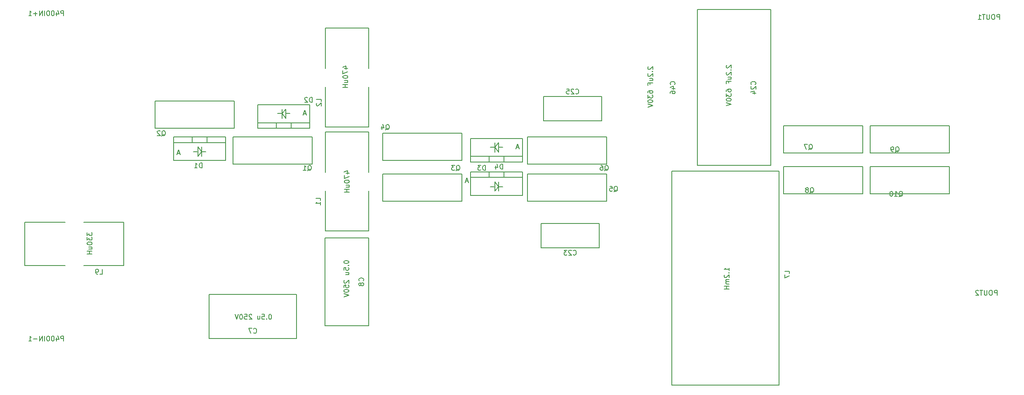
<source format=gbr>
G04 #@! TF.FileFunction,Legend,Bot*
%FSLAX46Y46*%
G04 Gerber Fmt 4.6, Leading zero omitted, Abs format (unit mm)*
G04 Created by KiCad (PCBNEW 4.0.1-stable) date 12/11/2016 23:05:32*
%MOMM*%
G01*
G04 APERTURE LIST*
%ADD10C,0.100000*%
%ADD11C,0.150000*%
G04 APERTURE END LIST*
D10*
D11*
X132002000Y24167000D02*
X132002000Y2167000D01*
X132002000Y2167000D02*
X154002000Y2167000D01*
X154002000Y2167000D02*
X154002000Y46167000D01*
X154002000Y46167000D02*
X132002000Y46167000D01*
X132002000Y46167000D02*
X132002000Y24167000D01*
X72644000Y39915000D02*
X72644000Y45503000D01*
X72644000Y45503000D02*
X88900000Y45503000D01*
X88900000Y45503000D02*
X88900000Y39915000D01*
X88900000Y39915000D02*
X72644000Y39915000D01*
X60833000Y42074000D02*
X60833000Y33819000D01*
X60833000Y33819000D02*
X69723000Y33819000D01*
X69723000Y33819000D02*
X69723000Y42074000D01*
X60833000Y54139000D02*
X69723000Y54139000D01*
X69723000Y54139000D02*
X69723000Y45884000D01*
X60833000Y54139000D02*
X60833000Y45884000D01*
X69723000Y67220000D02*
X69723000Y75475000D01*
X69723000Y75475000D02*
X60833000Y75475000D01*
X60833000Y75475000D02*
X60833000Y67220000D01*
X69723000Y55155000D02*
X60833000Y55155000D01*
X60833000Y55155000D02*
X60833000Y63410000D01*
X69723000Y55155000D02*
X69723000Y63410000D01*
X45974000Y20793000D02*
X36974000Y20793000D01*
X36974000Y20793000D02*
X36974000Y11793000D01*
X36974000Y11793000D02*
X54974000Y11793000D01*
X54974000Y11793000D02*
X54974000Y20793000D01*
X54974000Y20793000D02*
X45974000Y20793000D01*
X60778000Y23405000D02*
X60778000Y14405000D01*
X60778000Y14405000D02*
X69778000Y14405000D01*
X69778000Y14405000D02*
X69778000Y32405000D01*
X69778000Y32405000D02*
X60778000Y32405000D01*
X60778000Y32405000D02*
X60778000Y23405000D01*
X111122000Y35347000D02*
X105122000Y35347000D01*
X105122000Y35347000D02*
X105122000Y30347000D01*
X105122000Y30347000D02*
X117122000Y30347000D01*
X117122000Y30347000D02*
X117122000Y35347000D01*
X117122000Y35347000D02*
X111122000Y35347000D01*
X137280000Y63283000D02*
X137280000Y47283000D01*
X137280000Y47283000D02*
X152280000Y47283000D01*
X152280000Y47283000D02*
X152280000Y79283000D01*
X152280000Y79283000D02*
X137280000Y79283000D01*
X137280000Y79283000D02*
X137280000Y63283000D01*
X111622000Y56447000D02*
X117622000Y56447000D01*
X117622000Y56447000D02*
X117622000Y61447000D01*
X117622000Y61447000D02*
X105622000Y61447000D01*
X105622000Y61447000D02*
X105622000Y56447000D01*
X105622000Y56447000D02*
X111622000Y56447000D01*
X7409000Y35616000D02*
X-846000Y35616000D01*
X-846000Y35616000D02*
X-846000Y26726000D01*
X-846000Y26726000D02*
X7409000Y26726000D01*
X19474000Y35616000D02*
X19474000Y26726000D01*
X19474000Y26726000D02*
X11219000Y26726000D01*
X19474000Y35616000D02*
X11219000Y35616000D01*
X35433000Y50075000D02*
X36322000Y50075000D01*
X34544000Y50075000D02*
X33782000Y50075000D01*
X35433000Y50075000D02*
X34671000Y51091000D01*
X34671000Y51091000D02*
X34671000Y49186000D01*
X34671000Y49186000D02*
X35433000Y50075000D01*
X35433000Y51091000D02*
X35433000Y49186000D01*
X36576000Y53123000D02*
X36576000Y51980000D01*
X33528000Y53123000D02*
X33528000Y51980000D01*
X29718000Y51980000D02*
X29718000Y48297000D01*
X29718000Y48297000D02*
X40386000Y48297000D01*
X40386000Y48297000D02*
X40386000Y51980000D01*
X29718000Y53123000D02*
X29718000Y51980000D01*
X29718000Y51980000D02*
X40386000Y51980000D01*
X40386000Y51980000D02*
X40386000Y53123000D01*
X35052000Y53123000D02*
X40386000Y53123000D01*
X35052000Y53123000D02*
X29718000Y53123000D01*
X51943000Y57949000D02*
X51054000Y57949000D01*
X52832000Y57949000D02*
X53594000Y57949000D01*
X51943000Y57949000D02*
X52705000Y56933000D01*
X52705000Y56933000D02*
X52705000Y58838000D01*
X52705000Y58838000D02*
X51943000Y57949000D01*
X51943000Y56933000D02*
X51943000Y58838000D01*
X50800000Y54901000D02*
X50800000Y56044000D01*
X53848000Y54901000D02*
X53848000Y56044000D01*
X57658000Y56044000D02*
X57658000Y59727000D01*
X57658000Y59727000D02*
X46990000Y59727000D01*
X46990000Y59727000D02*
X46990000Y56044000D01*
X57658000Y54901000D02*
X57658000Y56044000D01*
X57658000Y56044000D02*
X46990000Y56044000D01*
X46990000Y56044000D02*
X46990000Y54901000D01*
X52324000Y54901000D02*
X46990000Y54901000D01*
X52324000Y54901000D02*
X57658000Y54901000D01*
X96421000Y42943000D02*
X97310000Y42943000D01*
X95532000Y42943000D02*
X94770000Y42943000D01*
X96421000Y42943000D02*
X95659000Y43959000D01*
X95659000Y43959000D02*
X95659000Y42054000D01*
X95659000Y42054000D02*
X96421000Y42943000D01*
X96421000Y43959000D02*
X96421000Y42054000D01*
X97564000Y45991000D02*
X97564000Y44848000D01*
X94516000Y45991000D02*
X94516000Y44848000D01*
X90706000Y44848000D02*
X90706000Y41165000D01*
X90706000Y41165000D02*
X101374000Y41165000D01*
X101374000Y41165000D02*
X101374000Y44848000D01*
X90706000Y45991000D02*
X90706000Y44848000D01*
X90706000Y44848000D02*
X101374000Y44848000D01*
X101374000Y44848000D02*
X101374000Y45991000D01*
X96040000Y45991000D02*
X101374000Y45991000D01*
X96040000Y45991000D02*
X90706000Y45991000D01*
X95659000Y51071000D02*
X94770000Y51071000D01*
X96548000Y51071000D02*
X97310000Y51071000D01*
X95659000Y51071000D02*
X96421000Y50055000D01*
X96421000Y50055000D02*
X96421000Y51960000D01*
X96421000Y51960000D02*
X95659000Y51071000D01*
X95659000Y50055000D02*
X95659000Y51960000D01*
X94516000Y48023000D02*
X94516000Y49166000D01*
X97564000Y48023000D02*
X97564000Y49166000D01*
X101374000Y49166000D02*
X101374000Y52849000D01*
X101374000Y52849000D02*
X90706000Y52849000D01*
X90706000Y52849000D02*
X90706000Y49166000D01*
X101374000Y48023000D02*
X101374000Y49166000D01*
X101374000Y49166000D02*
X90706000Y49166000D01*
X90706000Y49166000D02*
X90706000Y48023000D01*
X96040000Y48023000D02*
X90706000Y48023000D01*
X96040000Y48023000D02*
X101374000Y48023000D01*
X41910000Y47535000D02*
X41910000Y53123000D01*
X41910000Y53123000D02*
X58166000Y53123000D01*
X58166000Y53123000D02*
X58166000Y47535000D01*
X58166000Y47535000D02*
X41910000Y47535000D01*
X42164000Y60489000D02*
X42164000Y54901000D01*
X42164000Y54901000D02*
X25908000Y54901000D01*
X25908000Y54901000D02*
X25908000Y60489000D01*
X25908000Y60489000D02*
X42164000Y60489000D01*
X88900000Y53885000D02*
X88900000Y48297000D01*
X88900000Y48297000D02*
X72644000Y48297000D01*
X72644000Y48297000D02*
X72644000Y53885000D01*
X72644000Y53885000D02*
X88900000Y53885000D01*
X102362000Y39915000D02*
X102362000Y45503000D01*
X102362000Y45503000D02*
X118618000Y45503000D01*
X118618000Y45503000D02*
X118618000Y39915000D01*
X118618000Y39915000D02*
X102362000Y39915000D01*
X118618000Y53123000D02*
X118618000Y47535000D01*
X118618000Y47535000D02*
X102362000Y47535000D01*
X102362000Y47535000D02*
X102362000Y53123000D01*
X102362000Y53123000D02*
X118618000Y53123000D01*
X171196000Y55409000D02*
X171196000Y49821000D01*
X171196000Y49821000D02*
X154940000Y49821000D01*
X154940000Y49821000D02*
X154940000Y55409000D01*
X154940000Y55409000D02*
X171196000Y55409000D01*
X154940000Y41439000D02*
X154940000Y47027000D01*
X154940000Y47027000D02*
X171196000Y47027000D01*
X171196000Y47027000D02*
X171196000Y41439000D01*
X171196000Y41439000D02*
X154940000Y41439000D01*
X188976000Y55409000D02*
X188976000Y49821000D01*
X188976000Y49821000D02*
X172720000Y49821000D01*
X172720000Y49821000D02*
X172720000Y55409000D01*
X172720000Y55409000D02*
X188976000Y55409000D01*
X172720000Y41439000D02*
X172720000Y47027000D01*
X172720000Y47027000D02*
X188976000Y47027000D01*
X188976000Y47027000D02*
X188976000Y41439000D01*
X188976000Y41439000D02*
X172720000Y41439000D01*
X156154381Y25095666D02*
X156154381Y25571857D01*
X155154381Y25571857D01*
X155154381Y24857571D02*
X155154381Y24190904D01*
X156154381Y24619476D01*
X143766381Y25690047D02*
X143766381Y26261476D01*
X143766381Y25975762D02*
X142766381Y25975762D01*
X142909238Y26071000D01*
X143004476Y26166238D01*
X143052095Y26261476D01*
X143671143Y25261476D02*
X143718762Y25213857D01*
X143766381Y25261476D01*
X143718762Y25309095D01*
X143671143Y25261476D01*
X143766381Y25261476D01*
X142861619Y24832905D02*
X142814000Y24785286D01*
X142766381Y24690048D01*
X142766381Y24451952D01*
X142814000Y24356714D01*
X142861619Y24309095D01*
X142956857Y24261476D01*
X143052095Y24261476D01*
X143194952Y24309095D01*
X143766381Y24880524D01*
X143766381Y24261476D01*
X143766381Y23832905D02*
X143099714Y23832905D01*
X143194952Y23832905D02*
X143147333Y23785286D01*
X143099714Y23690048D01*
X143099714Y23547190D01*
X143147333Y23451952D01*
X143242571Y23404333D01*
X143766381Y23404333D01*
X143242571Y23404333D02*
X143147333Y23356714D01*
X143099714Y23261476D01*
X143099714Y23118619D01*
X143147333Y23023381D01*
X143242571Y22975762D01*
X143766381Y22975762D01*
X143766381Y22499572D02*
X142766381Y22499572D01*
X143242571Y22499572D02*
X143242571Y21928143D01*
X143766381Y21928143D02*
X142766381Y21928143D01*
X87725238Y46225381D02*
X87820476Y46273000D01*
X87915714Y46368238D01*
X88058571Y46511095D01*
X88153810Y46558714D01*
X88249048Y46558714D01*
X88201429Y46320619D02*
X88296667Y46368238D01*
X88391905Y46463476D01*
X88439524Y46653952D01*
X88439524Y46987286D01*
X88391905Y47177762D01*
X88296667Y47273000D01*
X88201429Y47320619D01*
X88010952Y47320619D01*
X87915714Y47273000D01*
X87820476Y47177762D01*
X87772857Y46987286D01*
X87772857Y46653952D01*
X87820476Y46463476D01*
X87915714Y46368238D01*
X88010952Y46320619D01*
X88201429Y46320619D01*
X87439524Y47320619D02*
X86820476Y47320619D01*
X87153810Y46939667D01*
X87010952Y46939667D01*
X86915714Y46892048D01*
X86868095Y46844429D01*
X86820476Y46749190D01*
X86820476Y46511095D01*
X86868095Y46415857D01*
X86915714Y46368238D01*
X87010952Y46320619D01*
X87296667Y46320619D01*
X87391905Y46368238D01*
X87439524Y46415857D01*
X59888381Y40081666D02*
X59888381Y40557857D01*
X58888381Y40557857D01*
X59888381Y39224523D02*
X59888381Y39795952D01*
X59888381Y39510238D02*
X58888381Y39510238D01*
X59031238Y39605476D01*
X59126476Y39700714D01*
X59174095Y39795952D01*
X65099714Y45709095D02*
X65766381Y45709095D01*
X64718762Y45947191D02*
X65433048Y46185286D01*
X65433048Y45566238D01*
X64766381Y45280524D02*
X64766381Y44613857D01*
X65766381Y45042429D01*
X64766381Y44042429D02*
X64766381Y43947190D01*
X64814000Y43851952D01*
X64861619Y43804333D01*
X64956857Y43756714D01*
X65147333Y43709095D01*
X65385429Y43709095D01*
X65575905Y43756714D01*
X65671143Y43804333D01*
X65718762Y43851952D01*
X65766381Y43947190D01*
X65766381Y44042429D01*
X65718762Y44137667D01*
X65671143Y44185286D01*
X65575905Y44232905D01*
X65385429Y44280524D01*
X65147333Y44280524D01*
X64956857Y44232905D01*
X64861619Y44185286D01*
X64814000Y44137667D01*
X64766381Y44042429D01*
X65099714Y42851952D02*
X65766381Y42851952D01*
X65099714Y43280524D02*
X65623524Y43280524D01*
X65718762Y43232905D01*
X65766381Y43137667D01*
X65766381Y42994809D01*
X65718762Y42899571D01*
X65671143Y42851952D01*
X65766381Y42375762D02*
X64766381Y42375762D01*
X65242571Y42375762D02*
X65242571Y41804333D01*
X65766381Y41804333D02*
X64766381Y41804333D01*
X60015381Y60401666D02*
X60015381Y60877857D01*
X59015381Y60877857D01*
X59110619Y60115952D02*
X59063000Y60068333D01*
X59015381Y59973095D01*
X59015381Y59734999D01*
X59063000Y59639761D01*
X59110619Y59592142D01*
X59205857Y59544523D01*
X59301095Y59544523D01*
X59443952Y59592142D01*
X60015381Y60163571D01*
X60015381Y59544523D01*
X64799714Y67209095D02*
X65466381Y67209095D01*
X64418762Y67447191D02*
X65133048Y67685286D01*
X65133048Y67066238D01*
X64466381Y66780524D02*
X64466381Y66113857D01*
X65466381Y66542429D01*
X64466381Y65542429D02*
X64466381Y65447190D01*
X64514000Y65351952D01*
X64561619Y65304333D01*
X64656857Y65256714D01*
X64847333Y65209095D01*
X65085429Y65209095D01*
X65275905Y65256714D01*
X65371143Y65304333D01*
X65418762Y65351952D01*
X65466381Y65447190D01*
X65466381Y65542429D01*
X65418762Y65637667D01*
X65371143Y65685286D01*
X65275905Y65732905D01*
X65085429Y65780524D01*
X64847333Y65780524D01*
X64656857Y65732905D01*
X64561619Y65685286D01*
X64514000Y65637667D01*
X64466381Y65542429D01*
X64799714Y64351952D02*
X65466381Y64351952D01*
X64799714Y64780524D02*
X65323524Y64780524D01*
X65418762Y64732905D01*
X65466381Y64637667D01*
X65466381Y64494809D01*
X65418762Y64399571D01*
X65371143Y64351952D01*
X65466381Y63875762D02*
X64466381Y63875762D01*
X64942571Y63875762D02*
X64942571Y63304333D01*
X65466381Y63304333D02*
X64466381Y63304333D01*
X46140666Y12935857D02*
X46188285Y12888238D01*
X46331142Y12840619D01*
X46426380Y12840619D01*
X46569238Y12888238D01*
X46664476Y12983476D01*
X46712095Y13078714D01*
X46759714Y13269190D01*
X46759714Y13412048D01*
X46712095Y13602524D01*
X46664476Y13697762D01*
X46569238Y13793000D01*
X46426380Y13840619D01*
X46331142Y13840619D01*
X46188285Y13793000D01*
X46140666Y13745381D01*
X45807333Y13840619D02*
X45140666Y13840619D01*
X45569238Y12840619D01*
X49566381Y16718619D02*
X49471142Y16718619D01*
X49375904Y16671000D01*
X49328285Y16623381D01*
X49280666Y16528143D01*
X49233047Y16337667D01*
X49233047Y16099571D01*
X49280666Y15909095D01*
X49328285Y15813857D01*
X49375904Y15766238D01*
X49471142Y15718619D01*
X49566381Y15718619D01*
X49661619Y15766238D01*
X49709238Y15813857D01*
X49756857Y15909095D01*
X49804476Y16099571D01*
X49804476Y16337667D01*
X49756857Y16528143D01*
X49709238Y16623381D01*
X49661619Y16671000D01*
X49566381Y16718619D01*
X48804476Y15813857D02*
X48756857Y15766238D01*
X48804476Y15718619D01*
X48852095Y15766238D01*
X48804476Y15813857D01*
X48804476Y15718619D01*
X47852095Y16718619D02*
X48328286Y16718619D01*
X48375905Y16242429D01*
X48328286Y16290048D01*
X48233048Y16337667D01*
X47994952Y16337667D01*
X47899714Y16290048D01*
X47852095Y16242429D01*
X47804476Y16147190D01*
X47804476Y15909095D01*
X47852095Y15813857D01*
X47899714Y15766238D01*
X47994952Y15718619D01*
X48233048Y15718619D01*
X48328286Y15766238D01*
X48375905Y15813857D01*
X46947333Y16385286D02*
X46947333Y15718619D01*
X47375905Y16385286D02*
X47375905Y15861476D01*
X47328286Y15766238D01*
X47233048Y15718619D01*
X47090190Y15718619D01*
X46994952Y15766238D01*
X46947333Y15813857D01*
X45756857Y16623381D02*
X45709238Y16671000D01*
X45614000Y16718619D01*
X45375904Y16718619D01*
X45280666Y16671000D01*
X45233047Y16623381D01*
X45185428Y16528143D01*
X45185428Y16432905D01*
X45233047Y16290048D01*
X45804476Y15718619D01*
X45185428Y15718619D01*
X44280666Y16718619D02*
X44756857Y16718619D01*
X44804476Y16242429D01*
X44756857Y16290048D01*
X44661619Y16337667D01*
X44423523Y16337667D01*
X44328285Y16290048D01*
X44280666Y16242429D01*
X44233047Y16147190D01*
X44233047Y15909095D01*
X44280666Y15813857D01*
X44328285Y15766238D01*
X44423523Y15718619D01*
X44661619Y15718619D01*
X44756857Y15766238D01*
X44804476Y15813857D01*
X43614000Y16718619D02*
X43518761Y16718619D01*
X43423523Y16671000D01*
X43375904Y16623381D01*
X43328285Y16528143D01*
X43280666Y16337667D01*
X43280666Y16099571D01*
X43328285Y15909095D01*
X43375904Y15813857D01*
X43423523Y15766238D01*
X43518761Y15718619D01*
X43614000Y15718619D01*
X43709238Y15766238D01*
X43756857Y15813857D01*
X43804476Y15909095D01*
X43852095Y16099571D01*
X43852095Y16337667D01*
X43804476Y16528143D01*
X43756857Y16623381D01*
X43709238Y16671000D01*
X43614000Y16718619D01*
X42994952Y16718619D02*
X42661619Y15718619D01*
X42328285Y16718619D01*
X68635143Y23571666D02*
X68682762Y23619285D01*
X68730381Y23762142D01*
X68730381Y23857380D01*
X68682762Y24000238D01*
X68587524Y24095476D01*
X68492286Y24143095D01*
X68301810Y24190714D01*
X68158952Y24190714D01*
X67968476Y24143095D01*
X67873238Y24095476D01*
X67778000Y24000238D01*
X67730381Y23857380D01*
X67730381Y23762142D01*
X67778000Y23619285D01*
X67825619Y23571666D01*
X68158952Y23000238D02*
X68111333Y23095476D01*
X68063714Y23143095D01*
X67968476Y23190714D01*
X67920857Y23190714D01*
X67825619Y23143095D01*
X67778000Y23095476D01*
X67730381Y23000238D01*
X67730381Y22809761D01*
X67778000Y22714523D01*
X67825619Y22666904D01*
X67920857Y22619285D01*
X67968476Y22619285D01*
X68063714Y22666904D01*
X68111333Y22714523D01*
X68158952Y22809761D01*
X68158952Y23000238D01*
X68206571Y23095476D01*
X68254190Y23143095D01*
X68349429Y23190714D01*
X68539905Y23190714D01*
X68635143Y23143095D01*
X68682762Y23095476D01*
X68730381Y23000238D01*
X68730381Y22809761D01*
X68682762Y22714523D01*
X68635143Y22666904D01*
X68539905Y22619285D01*
X68349429Y22619285D01*
X68254190Y22666904D01*
X68206571Y22714523D01*
X68158952Y22809761D01*
X64666381Y27523381D02*
X64666381Y27428142D01*
X64714000Y27332904D01*
X64761619Y27285285D01*
X64856857Y27237666D01*
X65047333Y27190047D01*
X65285429Y27190047D01*
X65475905Y27237666D01*
X65571143Y27285285D01*
X65618762Y27332904D01*
X65666381Y27428142D01*
X65666381Y27523381D01*
X65618762Y27618619D01*
X65571143Y27666238D01*
X65475905Y27713857D01*
X65285429Y27761476D01*
X65047333Y27761476D01*
X64856857Y27713857D01*
X64761619Y27666238D01*
X64714000Y27618619D01*
X64666381Y27523381D01*
X65571143Y26761476D02*
X65618762Y26713857D01*
X65666381Y26761476D01*
X65618762Y26809095D01*
X65571143Y26761476D01*
X65666381Y26761476D01*
X64666381Y25809095D02*
X64666381Y26285286D01*
X65142571Y26332905D01*
X65094952Y26285286D01*
X65047333Y26190048D01*
X65047333Y25951952D01*
X65094952Y25856714D01*
X65142571Y25809095D01*
X65237810Y25761476D01*
X65475905Y25761476D01*
X65571143Y25809095D01*
X65618762Y25856714D01*
X65666381Y25951952D01*
X65666381Y26190048D01*
X65618762Y26285286D01*
X65571143Y26332905D01*
X64999714Y24904333D02*
X65666381Y24904333D01*
X64999714Y25332905D02*
X65523524Y25332905D01*
X65618762Y25285286D01*
X65666381Y25190048D01*
X65666381Y25047190D01*
X65618762Y24951952D01*
X65571143Y24904333D01*
X64761619Y23713857D02*
X64714000Y23666238D01*
X64666381Y23571000D01*
X64666381Y23332904D01*
X64714000Y23237666D01*
X64761619Y23190047D01*
X64856857Y23142428D01*
X64952095Y23142428D01*
X65094952Y23190047D01*
X65666381Y23761476D01*
X65666381Y23142428D01*
X64666381Y22237666D02*
X64666381Y22713857D01*
X65142571Y22761476D01*
X65094952Y22713857D01*
X65047333Y22618619D01*
X65047333Y22380523D01*
X65094952Y22285285D01*
X65142571Y22237666D01*
X65237810Y22190047D01*
X65475905Y22190047D01*
X65571143Y22237666D01*
X65618762Y22285285D01*
X65666381Y22380523D01*
X65666381Y22618619D01*
X65618762Y22713857D01*
X65571143Y22761476D01*
X64666381Y21571000D02*
X64666381Y21475761D01*
X64714000Y21380523D01*
X64761619Y21332904D01*
X64856857Y21285285D01*
X65047333Y21237666D01*
X65285429Y21237666D01*
X65475905Y21285285D01*
X65571143Y21332904D01*
X65618762Y21380523D01*
X65666381Y21475761D01*
X65666381Y21571000D01*
X65618762Y21666238D01*
X65571143Y21713857D01*
X65475905Y21761476D01*
X65285429Y21809095D01*
X65047333Y21809095D01*
X64856857Y21761476D01*
X64761619Y21713857D01*
X64714000Y21666238D01*
X64666381Y21571000D01*
X64666381Y20951952D02*
X65666381Y20618619D01*
X64666381Y20285285D01*
X111764857Y28989857D02*
X111812476Y28942238D01*
X111955333Y28894619D01*
X112050571Y28894619D01*
X112193429Y28942238D01*
X112288667Y29037476D01*
X112336286Y29132714D01*
X112383905Y29323190D01*
X112383905Y29466048D01*
X112336286Y29656524D01*
X112288667Y29751762D01*
X112193429Y29847000D01*
X112050571Y29894619D01*
X111955333Y29894619D01*
X111812476Y29847000D01*
X111764857Y29799381D01*
X111383905Y29799381D02*
X111336286Y29847000D01*
X111241048Y29894619D01*
X111002952Y29894619D01*
X110907714Y29847000D01*
X110860095Y29799381D01*
X110812476Y29704143D01*
X110812476Y29608905D01*
X110860095Y29466048D01*
X111431524Y28894619D01*
X110812476Y28894619D01*
X110479143Y29894619D02*
X109860095Y29894619D01*
X110193429Y29513667D01*
X110050571Y29513667D01*
X109955333Y29466048D01*
X109907714Y29418429D01*
X109860095Y29323190D01*
X109860095Y29085095D01*
X109907714Y28989857D01*
X109955333Y28942238D01*
X110050571Y28894619D01*
X110336286Y28894619D01*
X110431524Y28942238D01*
X110479143Y28989857D01*
X149137143Y63925857D02*
X149184762Y63973476D01*
X149232381Y64116333D01*
X149232381Y64211571D01*
X149184762Y64354429D01*
X149089524Y64449667D01*
X148994286Y64497286D01*
X148803810Y64544905D01*
X148660952Y64544905D01*
X148470476Y64497286D01*
X148375238Y64449667D01*
X148280000Y64354429D01*
X148232381Y64211571D01*
X148232381Y64116333D01*
X148280000Y63973476D01*
X148327619Y63925857D01*
X148327619Y63544905D02*
X148280000Y63497286D01*
X148232381Y63402048D01*
X148232381Y63163952D01*
X148280000Y63068714D01*
X148327619Y63021095D01*
X148422857Y62973476D01*
X148518095Y62973476D01*
X148660952Y63021095D01*
X149232381Y63592524D01*
X149232381Y62973476D01*
X148565714Y62116333D02*
X149232381Y62116333D01*
X148184762Y62354429D02*
X148899048Y62592524D01*
X148899048Y61973476D01*
X143261619Y67890048D02*
X143214000Y67842429D01*
X143166381Y67747191D01*
X143166381Y67509095D01*
X143214000Y67413857D01*
X143261619Y67366238D01*
X143356857Y67318619D01*
X143452095Y67318619D01*
X143594952Y67366238D01*
X144166381Y67937667D01*
X144166381Y67318619D01*
X144071143Y66890048D02*
X144118762Y66842429D01*
X144166381Y66890048D01*
X144118762Y66937667D01*
X144071143Y66890048D01*
X144166381Y66890048D01*
X143261619Y66461477D02*
X143214000Y66413858D01*
X143166381Y66318620D01*
X143166381Y66080524D01*
X143214000Y65985286D01*
X143261619Y65937667D01*
X143356857Y65890048D01*
X143452095Y65890048D01*
X143594952Y65937667D01*
X144166381Y66509096D01*
X144166381Y65890048D01*
X143499714Y65032905D02*
X144166381Y65032905D01*
X143499714Y65461477D02*
X144023524Y65461477D01*
X144118762Y65413858D01*
X144166381Y65318620D01*
X144166381Y65175762D01*
X144118762Y65080524D01*
X144071143Y65032905D01*
X143642571Y64223381D02*
X143642571Y64556715D01*
X144166381Y64556715D02*
X143166381Y64556715D01*
X143166381Y64080524D01*
X143166381Y62509095D02*
X143166381Y62699572D01*
X143214000Y62794810D01*
X143261619Y62842429D01*
X143404476Y62937667D01*
X143594952Y62985286D01*
X143975905Y62985286D01*
X144071143Y62937667D01*
X144118762Y62890048D01*
X144166381Y62794810D01*
X144166381Y62604333D01*
X144118762Y62509095D01*
X144071143Y62461476D01*
X143975905Y62413857D01*
X143737810Y62413857D01*
X143642571Y62461476D01*
X143594952Y62509095D01*
X143547333Y62604333D01*
X143547333Y62794810D01*
X143594952Y62890048D01*
X143642571Y62937667D01*
X143737810Y62985286D01*
X143166381Y62080524D02*
X143166381Y61461476D01*
X143547333Y61794810D01*
X143547333Y61651952D01*
X143594952Y61556714D01*
X143642571Y61509095D01*
X143737810Y61461476D01*
X143975905Y61461476D01*
X144071143Y61509095D01*
X144118762Y61556714D01*
X144166381Y61651952D01*
X144166381Y61937667D01*
X144118762Y62032905D01*
X144071143Y62080524D01*
X143166381Y60842429D02*
X143166381Y60747190D01*
X143214000Y60651952D01*
X143261619Y60604333D01*
X143356857Y60556714D01*
X143547333Y60509095D01*
X143785429Y60509095D01*
X143975905Y60556714D01*
X144071143Y60604333D01*
X144118762Y60651952D01*
X144166381Y60747190D01*
X144166381Y60842429D01*
X144118762Y60937667D01*
X144071143Y60985286D01*
X143975905Y61032905D01*
X143785429Y61080524D01*
X143547333Y61080524D01*
X143356857Y61032905D01*
X143261619Y60985286D01*
X143214000Y60937667D01*
X143166381Y60842429D01*
X143166381Y60223381D02*
X144166381Y59890048D01*
X143166381Y59556714D01*
X112264857Y62089857D02*
X112312476Y62042238D01*
X112455333Y61994619D01*
X112550571Y61994619D01*
X112693429Y62042238D01*
X112788667Y62137476D01*
X112836286Y62232714D01*
X112883905Y62423190D01*
X112883905Y62566048D01*
X112836286Y62756524D01*
X112788667Y62851762D01*
X112693429Y62947000D01*
X112550571Y62994619D01*
X112455333Y62994619D01*
X112312476Y62947000D01*
X112264857Y62899381D01*
X111883905Y62899381D02*
X111836286Y62947000D01*
X111741048Y62994619D01*
X111502952Y62994619D01*
X111407714Y62947000D01*
X111360095Y62899381D01*
X111312476Y62804143D01*
X111312476Y62708905D01*
X111360095Y62566048D01*
X111931524Y61994619D01*
X111312476Y61994619D01*
X110407714Y62994619D02*
X110883905Y62994619D01*
X110931524Y62518429D01*
X110883905Y62566048D01*
X110788667Y62613667D01*
X110550571Y62613667D01*
X110455333Y62566048D01*
X110407714Y62518429D01*
X110360095Y62423190D01*
X110360095Y62185095D01*
X110407714Y62089857D01*
X110455333Y62042238D01*
X110550571Y61994619D01*
X110788667Y61994619D01*
X110883905Y62042238D01*
X110931524Y62089857D01*
X7103619Y78070619D02*
X7103619Y79070619D01*
X6722666Y79070619D01*
X6627428Y79023000D01*
X6579809Y78975381D01*
X6532190Y78880143D01*
X6532190Y78737286D01*
X6579809Y78642048D01*
X6627428Y78594429D01*
X6722666Y78546810D01*
X7103619Y78546810D01*
X5675047Y78737286D02*
X5675047Y78070619D01*
X5913143Y79118238D02*
X6151238Y78403952D01*
X5532190Y78403952D01*
X4960762Y79070619D02*
X4865523Y79070619D01*
X4770285Y79023000D01*
X4722666Y78975381D01*
X4675047Y78880143D01*
X4627428Y78689667D01*
X4627428Y78451571D01*
X4675047Y78261095D01*
X4722666Y78165857D01*
X4770285Y78118238D01*
X4865523Y78070619D01*
X4960762Y78070619D01*
X5056000Y78118238D01*
X5103619Y78165857D01*
X5151238Y78261095D01*
X5198857Y78451571D01*
X5198857Y78689667D01*
X5151238Y78880143D01*
X5103619Y78975381D01*
X5056000Y79023000D01*
X4960762Y79070619D01*
X4008381Y79070619D02*
X3913142Y79070619D01*
X3817904Y79023000D01*
X3770285Y78975381D01*
X3722666Y78880143D01*
X3675047Y78689667D01*
X3675047Y78451571D01*
X3722666Y78261095D01*
X3770285Y78165857D01*
X3817904Y78118238D01*
X3913142Y78070619D01*
X4008381Y78070619D01*
X4103619Y78118238D01*
X4151238Y78165857D01*
X4198857Y78261095D01*
X4246476Y78451571D01*
X4246476Y78689667D01*
X4198857Y78880143D01*
X4151238Y78975381D01*
X4103619Y79023000D01*
X4008381Y79070619D01*
X3246476Y78070619D02*
X3246476Y79070619D01*
X2770286Y78070619D02*
X2770286Y79070619D01*
X2198857Y78070619D01*
X2198857Y79070619D01*
X1722667Y78451571D02*
X960762Y78451571D01*
X1341714Y78070619D02*
X1341714Y78832524D01*
X-39238Y78070619D02*
X532191Y78070619D01*
X246477Y78070619D02*
X246477Y79070619D01*
X341715Y78927762D01*
X436953Y78832524D01*
X532191Y78784905D01*
X7103619Y11268619D02*
X7103619Y12268619D01*
X6722666Y12268619D01*
X6627428Y12221000D01*
X6579809Y12173381D01*
X6532190Y12078143D01*
X6532190Y11935286D01*
X6579809Y11840048D01*
X6627428Y11792429D01*
X6722666Y11744810D01*
X7103619Y11744810D01*
X5675047Y11935286D02*
X5675047Y11268619D01*
X5913143Y12316238D02*
X6151238Y11601952D01*
X5532190Y11601952D01*
X4960762Y12268619D02*
X4865523Y12268619D01*
X4770285Y12221000D01*
X4722666Y12173381D01*
X4675047Y12078143D01*
X4627428Y11887667D01*
X4627428Y11649571D01*
X4675047Y11459095D01*
X4722666Y11363857D01*
X4770285Y11316238D01*
X4865523Y11268619D01*
X4960762Y11268619D01*
X5056000Y11316238D01*
X5103619Y11363857D01*
X5151238Y11459095D01*
X5198857Y11649571D01*
X5198857Y11887667D01*
X5151238Y12078143D01*
X5103619Y12173381D01*
X5056000Y12221000D01*
X4960762Y12268619D01*
X4008381Y12268619D02*
X3913142Y12268619D01*
X3817904Y12221000D01*
X3770285Y12173381D01*
X3722666Y12078143D01*
X3675047Y11887667D01*
X3675047Y11649571D01*
X3722666Y11459095D01*
X3770285Y11363857D01*
X3817904Y11316238D01*
X3913142Y11268619D01*
X4008381Y11268619D01*
X4103619Y11316238D01*
X4151238Y11363857D01*
X4198857Y11459095D01*
X4246476Y11649571D01*
X4246476Y11887667D01*
X4198857Y12078143D01*
X4151238Y12173381D01*
X4103619Y12221000D01*
X4008381Y12268619D01*
X3246476Y11268619D02*
X3246476Y12268619D01*
X2770286Y11268619D02*
X2770286Y12268619D01*
X2198857Y11268619D01*
X2198857Y12268619D01*
X1722667Y11649571D02*
X960762Y11649571D01*
X-39238Y11268619D02*
X532191Y11268619D01*
X246477Y11268619D02*
X246477Y12268619D01*
X341715Y12125762D01*
X436953Y12030524D01*
X532191Y11982905D01*
X199270667Y77308619D02*
X199270667Y78308619D01*
X198889714Y78308619D01*
X198794476Y78261000D01*
X198746857Y78213381D01*
X198699238Y78118143D01*
X198699238Y77975286D01*
X198746857Y77880048D01*
X198794476Y77832429D01*
X198889714Y77784810D01*
X199270667Y77784810D01*
X198080191Y78308619D02*
X197889714Y78308619D01*
X197794476Y78261000D01*
X197699238Y78165762D01*
X197651619Y77975286D01*
X197651619Y77641952D01*
X197699238Y77451476D01*
X197794476Y77356238D01*
X197889714Y77308619D01*
X198080191Y77308619D01*
X198175429Y77356238D01*
X198270667Y77451476D01*
X198318286Y77641952D01*
X198318286Y77975286D01*
X198270667Y78165762D01*
X198175429Y78261000D01*
X198080191Y78308619D01*
X197223048Y78308619D02*
X197223048Y77499095D01*
X197175429Y77403857D01*
X197127810Y77356238D01*
X197032572Y77308619D01*
X196842095Y77308619D01*
X196746857Y77356238D01*
X196699238Y77403857D01*
X196651619Y77499095D01*
X196651619Y78308619D01*
X196318286Y78308619D02*
X195746857Y78308619D01*
X196032572Y77308619D02*
X196032572Y78308619D01*
X194889714Y77308619D02*
X195461143Y77308619D01*
X195175429Y77308619D02*
X195175429Y78308619D01*
X195270667Y78165762D01*
X195365905Y78070524D01*
X195461143Y78022905D01*
X198762667Y20666619D02*
X198762667Y21666619D01*
X198381714Y21666619D01*
X198286476Y21619000D01*
X198238857Y21571381D01*
X198191238Y21476143D01*
X198191238Y21333286D01*
X198238857Y21238048D01*
X198286476Y21190429D01*
X198381714Y21142810D01*
X198762667Y21142810D01*
X197572191Y21666619D02*
X197381714Y21666619D01*
X197286476Y21619000D01*
X197191238Y21523762D01*
X197143619Y21333286D01*
X197143619Y20999952D01*
X197191238Y20809476D01*
X197286476Y20714238D01*
X197381714Y20666619D01*
X197572191Y20666619D01*
X197667429Y20714238D01*
X197762667Y20809476D01*
X197810286Y20999952D01*
X197810286Y21333286D01*
X197762667Y21523762D01*
X197667429Y21619000D01*
X197572191Y21666619D01*
X196715048Y21666619D02*
X196715048Y20857095D01*
X196667429Y20761857D01*
X196619810Y20714238D01*
X196524572Y20666619D01*
X196334095Y20666619D01*
X196238857Y20714238D01*
X196191238Y20761857D01*
X196143619Y20857095D01*
X196143619Y21666619D01*
X195810286Y21666619D02*
X195238857Y21666619D01*
X195524572Y20666619D02*
X195524572Y21666619D01*
X194953143Y21571381D02*
X194905524Y21619000D01*
X194810286Y21666619D01*
X194572190Y21666619D01*
X194476952Y21619000D01*
X194429333Y21571381D01*
X194381714Y21476143D01*
X194381714Y21380905D01*
X194429333Y21238048D01*
X195000762Y20666619D01*
X194381714Y20666619D01*
X14560666Y25003619D02*
X15036857Y25003619D01*
X15036857Y26003619D01*
X14179714Y25003619D02*
X13989238Y25003619D01*
X13893999Y25051238D01*
X13846380Y25098857D01*
X13751142Y25241714D01*
X13703523Y25432190D01*
X13703523Y25813143D01*
X13751142Y25908381D01*
X13798761Y25956000D01*
X13893999Y26003619D01*
X14084476Y26003619D01*
X14179714Y25956000D01*
X14227333Y25908381D01*
X14274952Y25813143D01*
X14274952Y25575048D01*
X14227333Y25479810D01*
X14179714Y25432190D01*
X14084476Y25384571D01*
X13893999Y25384571D01*
X13798761Y25432190D01*
X13751142Y25479810D01*
X13703523Y25575048D01*
X11966381Y33532905D02*
X11966381Y32913857D01*
X12347333Y33247191D01*
X12347333Y33104333D01*
X12394952Y33009095D01*
X12442571Y32961476D01*
X12537810Y32913857D01*
X12775905Y32913857D01*
X12871143Y32961476D01*
X12918762Y33009095D01*
X12966381Y33104333D01*
X12966381Y33390048D01*
X12918762Y33485286D01*
X12871143Y33532905D01*
X11966381Y32580524D02*
X11966381Y31961476D01*
X12347333Y32294810D01*
X12347333Y32151952D01*
X12394952Y32056714D01*
X12442571Y32009095D01*
X12537810Y31961476D01*
X12775905Y31961476D01*
X12871143Y32009095D01*
X12918762Y32056714D01*
X12966381Y32151952D01*
X12966381Y32437667D01*
X12918762Y32532905D01*
X12871143Y32580524D01*
X11966381Y31342429D02*
X11966381Y31247190D01*
X12014000Y31151952D01*
X12061619Y31104333D01*
X12156857Y31056714D01*
X12347333Y31009095D01*
X12585429Y31009095D01*
X12775905Y31056714D01*
X12871143Y31104333D01*
X12918762Y31151952D01*
X12966381Y31247190D01*
X12966381Y31342429D01*
X12918762Y31437667D01*
X12871143Y31485286D01*
X12775905Y31532905D01*
X12585429Y31580524D01*
X12347333Y31580524D01*
X12156857Y31532905D01*
X12061619Y31485286D01*
X12014000Y31437667D01*
X11966381Y31342429D01*
X12299714Y30151952D02*
X12966381Y30151952D01*
X12299714Y30580524D02*
X12823524Y30580524D01*
X12918762Y30532905D01*
X12966381Y30437667D01*
X12966381Y30294809D01*
X12918762Y30199571D01*
X12871143Y30151952D01*
X12966381Y29675762D02*
X11966381Y29675762D01*
X12442571Y29675762D02*
X12442571Y29104333D01*
X12966381Y29104333D02*
X11966381Y29104333D01*
X35536095Y46828619D02*
X35536095Y47828619D01*
X35298000Y47828619D01*
X35155142Y47781000D01*
X35059904Y47685762D01*
X35012285Y47590524D01*
X34964666Y47400048D01*
X34964666Y47257190D01*
X35012285Y47066714D01*
X35059904Y46971476D01*
X35155142Y46876238D01*
X35298000Y46828619D01*
X35536095Y46828619D01*
X34012285Y46828619D02*
X34583714Y46828619D01*
X34298000Y46828619D02*
X34298000Y47828619D01*
X34393238Y47685762D01*
X34488476Y47590524D01*
X34583714Y47542905D01*
X30972095Y49781333D02*
X30495904Y49781333D01*
X31067333Y49495619D02*
X30734000Y50495619D01*
X30400666Y49495619D01*
X58142095Y60290619D02*
X58142095Y61290619D01*
X57904000Y61290619D01*
X57761142Y61243000D01*
X57665904Y61147762D01*
X57618285Y61052524D01*
X57570666Y60862048D01*
X57570666Y60719190D01*
X57618285Y60528714D01*
X57665904Y60433476D01*
X57761142Y60338238D01*
X57904000Y60290619D01*
X58142095Y60290619D01*
X57189714Y61195381D02*
X57142095Y61243000D01*
X57046857Y61290619D01*
X56808761Y61290619D01*
X56713523Y61243000D01*
X56665904Y61195381D01*
X56618285Y61100143D01*
X56618285Y61004905D01*
X56665904Y60862048D01*
X57237333Y60290619D01*
X56618285Y60290619D01*
X56880095Y57909333D02*
X56403904Y57909333D01*
X56975333Y57623619D02*
X56642000Y58623619D01*
X56308666Y57623619D01*
X93702095Y46320619D02*
X93702095Y47320619D01*
X93464000Y47320619D01*
X93321142Y47273000D01*
X93225904Y47177762D01*
X93178285Y47082524D01*
X93130666Y46892048D01*
X93130666Y46749190D01*
X93178285Y46558714D01*
X93225904Y46463476D01*
X93321142Y46368238D01*
X93464000Y46320619D01*
X93702095Y46320619D01*
X92797333Y47320619D02*
X92178285Y47320619D01*
X92511619Y46939667D01*
X92368761Y46939667D01*
X92273523Y46892048D01*
X92225904Y46844429D01*
X92178285Y46749190D01*
X92178285Y46511095D01*
X92225904Y46415857D01*
X92273523Y46368238D01*
X92368761Y46320619D01*
X92654476Y46320619D01*
X92749714Y46368238D01*
X92797333Y46415857D01*
X90154095Y44066333D02*
X89677904Y44066333D01*
X90249333Y43780619D02*
X89916000Y44780619D01*
X89582666Y43780619D01*
X97258095Y46574619D02*
X97258095Y47574619D01*
X97020000Y47574619D01*
X96877142Y47527000D01*
X96781904Y47431762D01*
X96734285Y47336524D01*
X96686666Y47146048D01*
X96686666Y47003190D01*
X96734285Y46812714D01*
X96781904Y46717476D01*
X96877142Y46622238D01*
X97020000Y46574619D01*
X97258095Y46574619D01*
X95829523Y47241286D02*
X95829523Y46574619D01*
X96067619Y47622238D02*
X96305714Y46907952D01*
X95686666Y46907952D01*
X100596095Y51031333D02*
X100119904Y51031333D01*
X100691333Y50745619D02*
X100358000Y51745619D01*
X100024666Y50745619D01*
X57245238Y46225381D02*
X57340476Y46273000D01*
X57435714Y46368238D01*
X57578571Y46511095D01*
X57673810Y46558714D01*
X57769048Y46558714D01*
X57721429Y46320619D02*
X57816667Y46368238D01*
X57911905Y46463476D01*
X57959524Y46653952D01*
X57959524Y46987286D01*
X57911905Y47177762D01*
X57816667Y47273000D01*
X57721429Y47320619D01*
X57530952Y47320619D01*
X57435714Y47273000D01*
X57340476Y47177762D01*
X57292857Y46987286D01*
X57292857Y46653952D01*
X57340476Y46463476D01*
X57435714Y46368238D01*
X57530952Y46320619D01*
X57721429Y46320619D01*
X56340476Y46320619D02*
X56911905Y46320619D01*
X56626191Y46320619D02*
X56626191Y47320619D01*
X56721429Y47177762D01*
X56816667Y47082524D01*
X56911905Y47034905D01*
X27273238Y53337381D02*
X27368476Y53385000D01*
X27463714Y53480238D01*
X27606571Y53623095D01*
X27701810Y53670714D01*
X27797048Y53670714D01*
X27749429Y53432619D02*
X27844667Y53480238D01*
X27939905Y53575476D01*
X27987524Y53765952D01*
X27987524Y54099286D01*
X27939905Y54289762D01*
X27844667Y54385000D01*
X27749429Y54432619D01*
X27558952Y54432619D01*
X27463714Y54385000D01*
X27368476Y54289762D01*
X27320857Y54099286D01*
X27320857Y53765952D01*
X27368476Y53575476D01*
X27463714Y53480238D01*
X27558952Y53432619D01*
X27749429Y53432619D01*
X26939905Y54337381D02*
X26892286Y54385000D01*
X26797048Y54432619D01*
X26558952Y54432619D01*
X26463714Y54385000D01*
X26416095Y54337381D01*
X26368476Y54242143D01*
X26368476Y54146905D01*
X26416095Y54004048D01*
X26987524Y53432619D01*
X26368476Y53432619D01*
X73247238Y54607381D02*
X73342476Y54655000D01*
X73437714Y54750238D01*
X73580571Y54893095D01*
X73675810Y54940714D01*
X73771048Y54940714D01*
X73723429Y54702619D02*
X73818667Y54750238D01*
X73913905Y54845476D01*
X73961524Y55035952D01*
X73961524Y55369286D01*
X73913905Y55559762D01*
X73818667Y55655000D01*
X73723429Y55702619D01*
X73532952Y55702619D01*
X73437714Y55655000D01*
X73342476Y55559762D01*
X73294857Y55369286D01*
X73294857Y55035952D01*
X73342476Y54845476D01*
X73437714Y54750238D01*
X73532952Y54702619D01*
X73723429Y54702619D01*
X72437714Y55369286D02*
X72437714Y54702619D01*
X72675810Y55750238D02*
X72913905Y55035952D01*
X72294857Y55035952D01*
X120109238Y41923381D02*
X120204476Y41971000D01*
X120299714Y42066238D01*
X120442571Y42209095D01*
X120537810Y42256714D01*
X120633048Y42256714D01*
X120585429Y42018619D02*
X120680667Y42066238D01*
X120775905Y42161476D01*
X120823524Y42351952D01*
X120823524Y42685286D01*
X120775905Y42875762D01*
X120680667Y42971000D01*
X120585429Y43018619D01*
X120394952Y43018619D01*
X120299714Y42971000D01*
X120204476Y42875762D01*
X120156857Y42685286D01*
X120156857Y42351952D01*
X120204476Y42161476D01*
X120299714Y42066238D01*
X120394952Y42018619D01*
X120585429Y42018619D01*
X119252095Y43018619D02*
X119728286Y43018619D01*
X119775905Y42542429D01*
X119728286Y42590048D01*
X119633048Y42637667D01*
X119394952Y42637667D01*
X119299714Y42590048D01*
X119252095Y42542429D01*
X119204476Y42447190D01*
X119204476Y42209095D01*
X119252095Y42113857D01*
X119299714Y42066238D01*
X119394952Y42018619D01*
X119633048Y42018619D01*
X119728286Y42066238D01*
X119775905Y42113857D01*
X118205238Y46225381D02*
X118300476Y46273000D01*
X118395714Y46368238D01*
X118538571Y46511095D01*
X118633810Y46558714D01*
X118729048Y46558714D01*
X118681429Y46320619D02*
X118776667Y46368238D01*
X118871905Y46463476D01*
X118919524Y46653952D01*
X118919524Y46987286D01*
X118871905Y47177762D01*
X118776667Y47273000D01*
X118681429Y47320619D01*
X118490952Y47320619D01*
X118395714Y47273000D01*
X118300476Y47177762D01*
X118252857Y46987286D01*
X118252857Y46653952D01*
X118300476Y46463476D01*
X118395714Y46368238D01*
X118490952Y46320619D01*
X118681429Y46320619D01*
X117395714Y47320619D02*
X117586191Y47320619D01*
X117681429Y47273000D01*
X117729048Y47225381D01*
X117824286Y47082524D01*
X117871905Y46892048D01*
X117871905Y46511095D01*
X117824286Y46415857D01*
X117776667Y46368238D01*
X117681429Y46320619D01*
X117490952Y46320619D01*
X117395714Y46368238D01*
X117348095Y46415857D01*
X117300476Y46511095D01*
X117300476Y46749190D01*
X117348095Y46844429D01*
X117395714Y46892048D01*
X117490952Y46939667D01*
X117681429Y46939667D01*
X117776667Y46892048D01*
X117824286Y46844429D01*
X117871905Y46749190D01*
X160115238Y50543381D02*
X160210476Y50591000D01*
X160305714Y50686238D01*
X160448571Y50829095D01*
X160543810Y50876714D01*
X160639048Y50876714D01*
X160591429Y50638619D02*
X160686667Y50686238D01*
X160781905Y50781476D01*
X160829524Y50971952D01*
X160829524Y51305286D01*
X160781905Y51495762D01*
X160686667Y51591000D01*
X160591429Y51638619D01*
X160400952Y51638619D01*
X160305714Y51591000D01*
X160210476Y51495762D01*
X160162857Y51305286D01*
X160162857Y50971952D01*
X160210476Y50781476D01*
X160305714Y50686238D01*
X160400952Y50638619D01*
X160591429Y50638619D01*
X159829524Y51638619D02*
X159162857Y51638619D01*
X159591429Y50638619D01*
X160369238Y41653381D02*
X160464476Y41701000D01*
X160559714Y41796238D01*
X160702571Y41939095D01*
X160797810Y41986714D01*
X160893048Y41986714D01*
X160845429Y41748619D02*
X160940667Y41796238D01*
X161035905Y41891476D01*
X161083524Y42081952D01*
X161083524Y42415286D01*
X161035905Y42605762D01*
X160940667Y42701000D01*
X160845429Y42748619D01*
X160654952Y42748619D01*
X160559714Y42701000D01*
X160464476Y42605762D01*
X160416857Y42415286D01*
X160416857Y42081952D01*
X160464476Y41891476D01*
X160559714Y41796238D01*
X160654952Y41748619D01*
X160845429Y41748619D01*
X159845429Y42320048D02*
X159940667Y42367667D01*
X159988286Y42415286D01*
X160035905Y42510524D01*
X160035905Y42558143D01*
X159988286Y42653381D01*
X159940667Y42701000D01*
X159845429Y42748619D01*
X159654952Y42748619D01*
X159559714Y42701000D01*
X159512095Y42653381D01*
X159464476Y42558143D01*
X159464476Y42510524D01*
X159512095Y42415286D01*
X159559714Y42367667D01*
X159654952Y42320048D01*
X159845429Y42320048D01*
X159940667Y42272429D01*
X159988286Y42224810D01*
X160035905Y42129571D01*
X160035905Y41939095D01*
X159988286Y41843857D01*
X159940667Y41796238D01*
X159845429Y41748619D01*
X159654952Y41748619D01*
X159559714Y41796238D01*
X159512095Y41843857D01*
X159464476Y41939095D01*
X159464476Y42129571D01*
X159512095Y42224810D01*
X159559714Y42272429D01*
X159654952Y42320048D01*
X177895238Y50035381D02*
X177990476Y50083000D01*
X178085714Y50178238D01*
X178228571Y50321095D01*
X178323810Y50368714D01*
X178419048Y50368714D01*
X178371429Y50130619D02*
X178466667Y50178238D01*
X178561905Y50273476D01*
X178609524Y50463952D01*
X178609524Y50797286D01*
X178561905Y50987762D01*
X178466667Y51083000D01*
X178371429Y51130619D01*
X178180952Y51130619D01*
X178085714Y51083000D01*
X177990476Y50987762D01*
X177942857Y50797286D01*
X177942857Y50463952D01*
X177990476Y50273476D01*
X178085714Y50178238D01*
X178180952Y50130619D01*
X178371429Y50130619D01*
X177466667Y50130619D02*
X177276191Y50130619D01*
X177180952Y50178238D01*
X177133333Y50225857D01*
X177038095Y50368714D01*
X176990476Y50559190D01*
X176990476Y50940143D01*
X177038095Y51035381D01*
X177085714Y51083000D01*
X177180952Y51130619D01*
X177371429Y51130619D01*
X177466667Y51083000D01*
X177514286Y51035381D01*
X177561905Y50940143D01*
X177561905Y50702048D01*
X177514286Y50606810D01*
X177466667Y50559190D01*
X177371429Y50511571D01*
X177180952Y50511571D01*
X177085714Y50559190D01*
X177038095Y50606810D01*
X176990476Y50702048D01*
X178625428Y40891381D02*
X178720666Y40939000D01*
X178815904Y41034238D01*
X178958761Y41177095D01*
X179054000Y41224714D01*
X179149238Y41224714D01*
X179101619Y40986619D02*
X179196857Y41034238D01*
X179292095Y41129476D01*
X179339714Y41319952D01*
X179339714Y41653286D01*
X179292095Y41843762D01*
X179196857Y41939000D01*
X179101619Y41986619D01*
X178911142Y41986619D01*
X178815904Y41939000D01*
X178720666Y41843762D01*
X178673047Y41653286D01*
X178673047Y41319952D01*
X178720666Y41129476D01*
X178815904Y41034238D01*
X178911142Y40986619D01*
X179101619Y40986619D01*
X177720666Y40986619D02*
X178292095Y40986619D01*
X178006381Y40986619D02*
X178006381Y41986619D01*
X178101619Y41843762D01*
X178196857Y41748524D01*
X178292095Y41700905D01*
X177101619Y41986619D02*
X177006380Y41986619D01*
X176911142Y41939000D01*
X176863523Y41891381D01*
X176815904Y41796143D01*
X176768285Y41605667D01*
X176768285Y41367571D01*
X176815904Y41177095D01*
X176863523Y41081857D01*
X176911142Y41034238D01*
X177006380Y40986619D01*
X177101619Y40986619D01*
X177196857Y41034238D01*
X177244476Y41081857D01*
X177292095Y41177095D01*
X177339714Y41367571D01*
X177339714Y41605667D01*
X177292095Y41796143D01*
X177244476Y41891381D01*
X177196857Y41939000D01*
X177101619Y41986619D01*
X132571143Y63913857D02*
X132618762Y63961476D01*
X132666381Y64104333D01*
X132666381Y64199571D01*
X132618762Y64342429D01*
X132523524Y64437667D01*
X132428286Y64485286D01*
X132237810Y64532905D01*
X132094952Y64532905D01*
X131904476Y64485286D01*
X131809238Y64437667D01*
X131714000Y64342429D01*
X131666381Y64199571D01*
X131666381Y64104333D01*
X131714000Y63961476D01*
X131761619Y63913857D01*
X131999714Y63056714D02*
X132666381Y63056714D01*
X131618762Y63294810D02*
X132333048Y63532905D01*
X132333048Y62913857D01*
X131666381Y62104333D02*
X131666381Y62294810D01*
X131714000Y62390048D01*
X131761619Y62437667D01*
X131904476Y62532905D01*
X132094952Y62580524D01*
X132475905Y62580524D01*
X132571143Y62532905D01*
X132618762Y62485286D01*
X132666381Y62390048D01*
X132666381Y62199571D01*
X132618762Y62104333D01*
X132571143Y62056714D01*
X132475905Y62009095D01*
X132237810Y62009095D01*
X132142571Y62056714D01*
X132094952Y62104333D01*
X132047333Y62199571D01*
X132047333Y62390048D01*
X132094952Y62485286D01*
X132142571Y62532905D01*
X132237810Y62580524D01*
X127161619Y67590048D02*
X127114000Y67542429D01*
X127066381Y67447191D01*
X127066381Y67209095D01*
X127114000Y67113857D01*
X127161619Y67066238D01*
X127256857Y67018619D01*
X127352095Y67018619D01*
X127494952Y67066238D01*
X128066381Y67637667D01*
X128066381Y67018619D01*
X127971143Y66590048D02*
X128018762Y66542429D01*
X128066381Y66590048D01*
X128018762Y66637667D01*
X127971143Y66590048D01*
X128066381Y66590048D01*
X127161619Y66161477D02*
X127114000Y66113858D01*
X127066381Y66018620D01*
X127066381Y65780524D01*
X127114000Y65685286D01*
X127161619Y65637667D01*
X127256857Y65590048D01*
X127352095Y65590048D01*
X127494952Y65637667D01*
X128066381Y66209096D01*
X128066381Y65590048D01*
X127399714Y64732905D02*
X128066381Y64732905D01*
X127399714Y65161477D02*
X127923524Y65161477D01*
X128018762Y65113858D01*
X128066381Y65018620D01*
X128066381Y64875762D01*
X128018762Y64780524D01*
X127971143Y64732905D01*
X127542571Y63923381D02*
X127542571Y64256715D01*
X128066381Y64256715D02*
X127066381Y64256715D01*
X127066381Y63780524D01*
X127066381Y62209095D02*
X127066381Y62399572D01*
X127114000Y62494810D01*
X127161619Y62542429D01*
X127304476Y62637667D01*
X127494952Y62685286D01*
X127875905Y62685286D01*
X127971143Y62637667D01*
X128018762Y62590048D01*
X128066381Y62494810D01*
X128066381Y62304333D01*
X128018762Y62209095D01*
X127971143Y62161476D01*
X127875905Y62113857D01*
X127637810Y62113857D01*
X127542571Y62161476D01*
X127494952Y62209095D01*
X127447333Y62304333D01*
X127447333Y62494810D01*
X127494952Y62590048D01*
X127542571Y62637667D01*
X127637810Y62685286D01*
X127066381Y61780524D02*
X127066381Y61161476D01*
X127447333Y61494810D01*
X127447333Y61351952D01*
X127494952Y61256714D01*
X127542571Y61209095D01*
X127637810Y61161476D01*
X127875905Y61161476D01*
X127971143Y61209095D01*
X128018762Y61256714D01*
X128066381Y61351952D01*
X128066381Y61637667D01*
X128018762Y61732905D01*
X127971143Y61780524D01*
X127066381Y60542429D02*
X127066381Y60447190D01*
X127114000Y60351952D01*
X127161619Y60304333D01*
X127256857Y60256714D01*
X127447333Y60209095D01*
X127685429Y60209095D01*
X127875905Y60256714D01*
X127971143Y60304333D01*
X128018762Y60351952D01*
X128066381Y60447190D01*
X128066381Y60542429D01*
X128018762Y60637667D01*
X127971143Y60685286D01*
X127875905Y60732905D01*
X127685429Y60780524D01*
X127447333Y60780524D01*
X127256857Y60732905D01*
X127161619Y60685286D01*
X127114000Y60637667D01*
X127066381Y60542429D01*
X127066381Y59923381D02*
X128066381Y59590048D01*
X127066381Y59256714D01*
M02*

</source>
